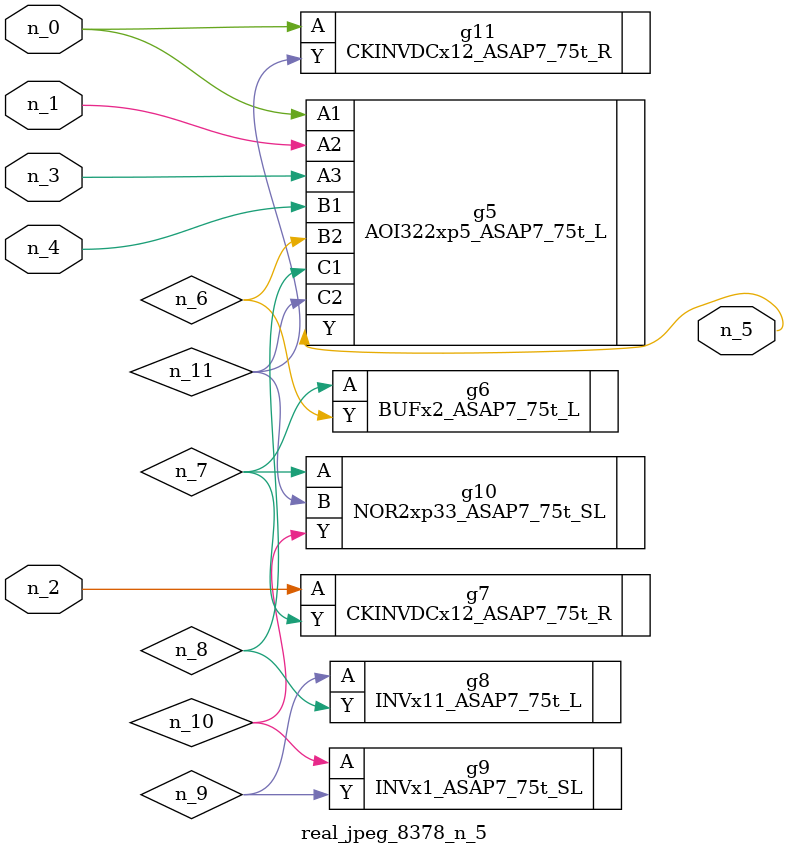
<source format=v>
module real_jpeg_8378_n_5 (n_4, n_0, n_1, n_2, n_3, n_5);

input n_4;
input n_0;
input n_1;
input n_2;
input n_3;

output n_5;

wire n_8;
wire n_11;
wire n_6;
wire n_7;
wire n_10;
wire n_9;

AOI322xp5_ASAP7_75t_L g5 ( 
.A1(n_0),
.A2(n_1),
.A3(n_3),
.B1(n_4),
.B2(n_6),
.C1(n_8),
.C2(n_11),
.Y(n_5)
);

CKINVDCx12_ASAP7_75t_R g11 ( 
.A(n_0),
.Y(n_11)
);

CKINVDCx12_ASAP7_75t_R g7 ( 
.A(n_2),
.Y(n_7)
);

BUFx2_ASAP7_75t_L g6 ( 
.A(n_7),
.Y(n_6)
);

NOR2xp33_ASAP7_75t_SL g10 ( 
.A(n_7),
.B(n_11),
.Y(n_10)
);

INVx11_ASAP7_75t_L g8 ( 
.A(n_9),
.Y(n_8)
);

INVx1_ASAP7_75t_SL g9 ( 
.A(n_10),
.Y(n_9)
);


endmodule
</source>
